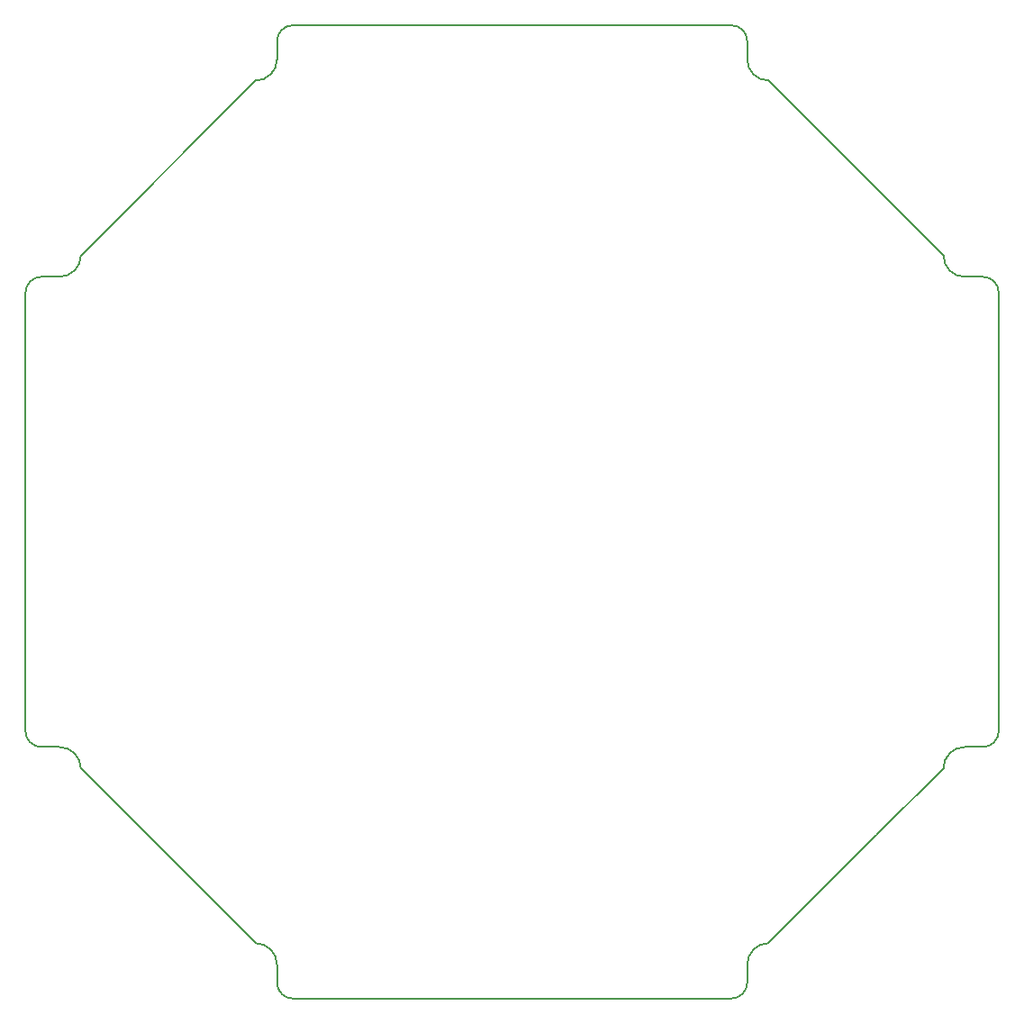
<source format=gbr>
%TF.GenerationSoftware,KiCad,Pcbnew,8.0.6*%
%TF.CreationDate,2025-01-14T20:30:26-08:00*%
%TF.ProjectId,IO_SDR_1.1,494f5f53-4452-45f3-912e-312e6b696361,rev?*%
%TF.SameCoordinates,Original*%
%TF.FileFunction,Profile,NP*%
%FSLAX46Y46*%
G04 Gerber Fmt 4.6, Leading zero omitted, Abs format (unit mm)*
G04 Created by KiCad (PCBNEW 8.0.6) date 2025-01-14 20:30:26*
%MOMM*%
%LPD*%
G01*
G04 APERTURE LIST*
%TA.AperFunction,Profile*%
%ADD10C,0.200000*%
%TD*%
G04 APERTURE END LIST*
D10*
X175957393Y-125983999D02*
X165830427Y-136144000D01*
X117624394Y-136144000D02*
G75*
G02*
X119624300Y-138144000I106J-1999800D01*
G01*
X119624361Y-51344000D02*
X119624361Y-53044000D01*
X161677394Y-141344000D02*
X162330428Y-141343999D01*
X162330426Y-49844000D02*
X161677393Y-49844000D01*
X117624361Y-55044000D02*
X101177394Y-71490967D01*
X165830426Y-55044000D02*
X182277394Y-71490967D01*
X187477394Y-75644000D02*
X187477394Y-115544000D01*
X95977394Y-115544000D02*
X95977394Y-116197033D01*
X187477394Y-116196900D02*
G75*
G02*
X185991471Y-117697024I-1500394J200D01*
G01*
X162330426Y-49844000D02*
G75*
G02*
X163830400Y-51344000I174J-1499800D01*
G01*
X97477374Y-117697033D02*
X99177375Y-117697034D01*
X121124494Y-141344000D02*
G75*
G02*
X119624368Y-139858077I6J1500200D01*
G01*
X187477394Y-116196900D02*
X187477394Y-115544000D01*
X121777394Y-49844000D02*
X161677393Y-49844000D01*
X163830427Y-53044000D02*
X163830427Y-51344000D01*
X163830427Y-139843999D02*
G75*
G02*
X162330428Y-141344027I-1500027J-1D01*
G01*
X163830427Y-139843999D02*
X163830427Y-138144000D01*
X182277394Y-119696999D02*
X175957393Y-125983999D01*
X95977394Y-74990968D02*
X95977394Y-75644001D01*
X185977394Y-73490967D02*
X184277393Y-73490967D01*
X101177394Y-71490967D02*
G75*
G02*
X99177394Y-73490994I-1999894J-133D01*
G01*
X95977394Y-74990968D02*
G75*
G02*
X97477395Y-73490994I1500106J-132D01*
G01*
X117624394Y-136144000D02*
X101177394Y-119702351D01*
X185977394Y-73490967D02*
G75*
G02*
X187477433Y-74990967I106J-1499933D01*
G01*
X121124494Y-141344000D02*
X121777394Y-141344000D01*
X97477374Y-117697033D02*
G75*
G02*
X95977367Y-116197033I126J1500133D01*
G01*
X184277394Y-117697033D02*
X185991471Y-117697033D01*
X95977394Y-115544000D02*
X95977394Y-75644001D01*
X119624361Y-53044000D02*
G75*
G02*
X117624361Y-55044061I-2000061J0D01*
G01*
X161677394Y-141344000D02*
X121777394Y-141344000D01*
X99177375Y-117697034D02*
G75*
G02*
X101177459Y-119702351I-75J-2000166D01*
G01*
X165830426Y-55044000D02*
G75*
G02*
X163830400Y-53044000I-26J2000000D01*
G01*
X182277394Y-119696999D02*
G75*
G02*
X184277394Y-117696994I2000006J-1D01*
G01*
X119624361Y-138144000D02*
X119624361Y-139858077D01*
X163830427Y-138144000D02*
G75*
G02*
X165830427Y-136144027I1999973J0D01*
G01*
X99177394Y-73490967D02*
X97477395Y-73490967D01*
X119624361Y-51344000D02*
G75*
G02*
X121124362Y-49843961I1500139J-100D01*
G01*
X121777394Y-49844000D02*
X121124362Y-49844000D01*
X184277393Y-73490967D02*
G75*
G02*
X182277433Y-71490967I7J1999967D01*
G01*
X187477394Y-75644000D02*
X187477394Y-74990967D01*
M02*

</source>
